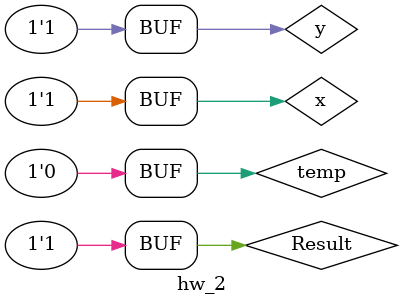
<source format=v>
`timescale 1 ns / 1 ns

module hw_2;
  
  reg x, y;
  wire temp;
  wire Result;

  assign temp = (x ^ y);
  not not1 (Result, temp);
  

  initial begin
    $dumpfile("home_work2.vcd");
    $dumpvars;
          x = 1'b0; y = 1'b1;
    #200; x = 1'b0; y = 1'b0;
    #200; x = 1'b1; y = 1'b0;
    #200; x = 1'b1; y = 1'b1;
    #200; x = 1'b1; y = 1'b1;
  end

endmodule
</source>
